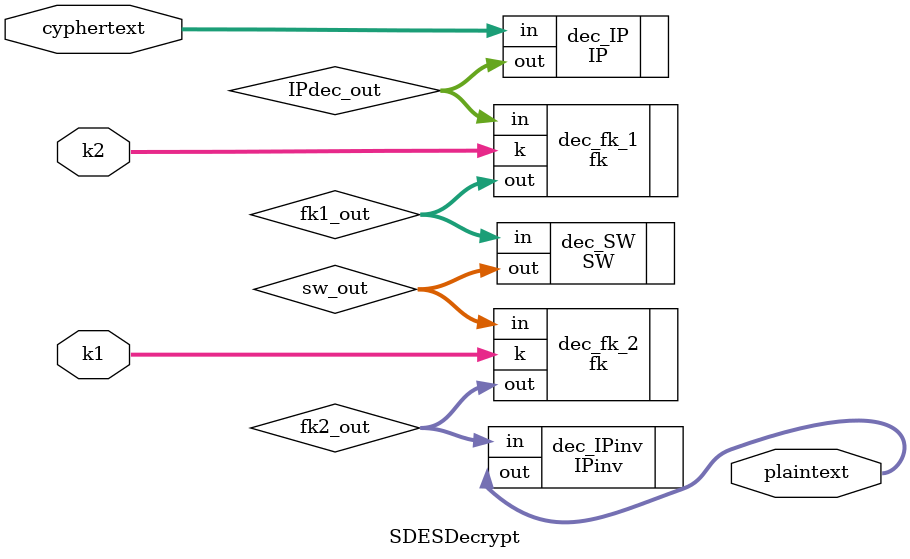
<source format=v>
module SDESDecrypt (cyphertext, k1, k2, plaintext);
input [0:7] cyphertext;
input [0:7] k1;
input [0:7] k2;
output [0:7] plaintext;


wire[0:7] IPdec_out;
wire[0:7] fk1_out;
wire[0:7] fk2_out;
wire[0:7] sw_out;

IP dec_IP(
.in(cyphertext),
.out(IPdec_out)
);

fk dec_fk_1(
.in(IPdec_out),
.k(k2),
.out(fk1_out)
);

SW dec_SW(
.in(fk1_out),
.out(sw_out)
);

fk dec_fk_2(
.in(sw_out),
.k(k1),
.out(fk2_out)
);

IPinv dec_IPinv(
.in(fk2_out),
.out(plaintext)
);

//assign plaintext = ( cyphertext - k1 - k2 ) % 26;
endmodule

</source>
